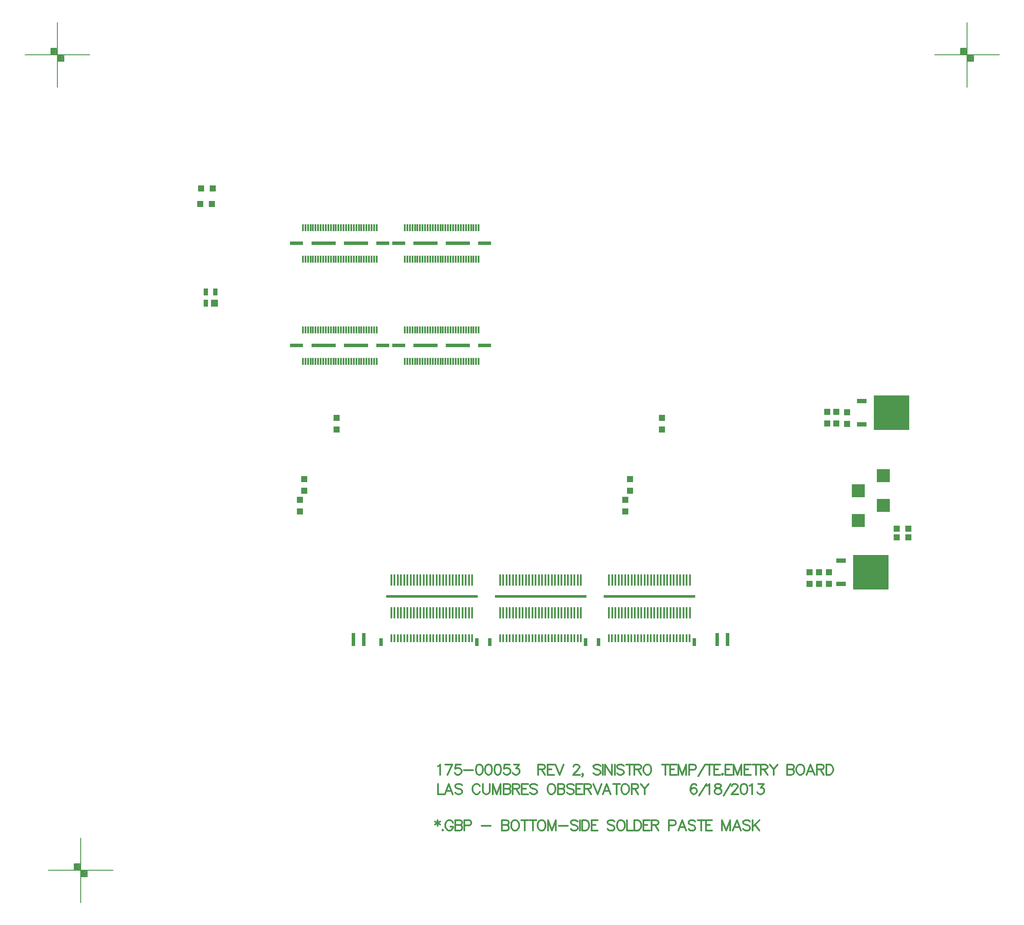
<source format=gbp>
%FSLAX23Y23*%
%MOIN*%
G70*
G01*
G75*
G04 Layer_Color=128*
%ADD10R,0.031X0.060*%
%ADD11R,0.014X0.060*%
%ADD12R,0.030X0.100*%
%ADD13R,0.045X0.017*%
%ADD14R,0.050X0.050*%
%ADD15R,0.050X0.050*%
%ADD16R,0.036X0.036*%
%ADD17O,0.098X0.028*%
%ADD18R,0.065X0.012*%
%ADD19R,0.135X0.070*%
%ADD20R,0.070X0.135*%
%ADD21R,0.037X0.035*%
%ADD22R,0.037X0.035*%
%ADD23R,0.100X0.100*%
%ADD24R,0.048X0.078*%
%ADD25R,0.078X0.048*%
%ADD26C,0.010*%
%ADD27C,0.025*%
%ADD28C,0.008*%
%ADD29C,0.005*%
%ADD30C,0.006*%
%ADD31C,0.020*%
%ADD32C,0.050*%
%ADD33C,0.012*%
%ADD34C,0.012*%
%ADD35C,0.012*%
%ADD36C,0.220*%
%ADD37C,0.020*%
%ADD38C,0.063*%
%ADD39R,0.063X0.063*%
%ADD40C,0.050*%
%ADD41C,0.039*%
%ADD42R,0.060X0.060*%
%ADD43C,0.060*%
%ADD44R,0.059X0.059*%
%ADD45C,0.059*%
%ADD46C,0.079*%
%ADD47C,0.157*%
%ADD48C,0.059*%
%ADD49R,0.059X0.059*%
%ADD50C,0.116*%
%ADD51C,0.065*%
%ADD52C,0.100*%
%ADD53C,0.030*%
%ADD54C,0.040*%
%ADD55C,0.206*%
%ADD56C,0.079*%
G04:AMPARAMS|DCode=57|XSize=85mil|YSize=85mil|CornerRadius=0mil|HoleSize=0mil|Usage=FLASHONLY|Rotation=0.000|XOffset=0mil|YOffset=0mil|HoleType=Round|Shape=Relief|Width=10mil|Gap=10mil|Entries=4|*
%AMTHD57*
7,0,0,0.085,0.065,0.010,45*
%
%ADD57THD57*%
%ADD58C,0.080*%
G04:AMPARAMS|DCode=59|XSize=90mil|YSize=90mil|CornerRadius=0mil|HoleSize=0mil|Usage=FLASHONLY|Rotation=0.000|XOffset=0mil|YOffset=0mil|HoleType=Round|Shape=Relief|Width=10mil|Gap=10mil|Entries=4|*
%AMTHD59*
7,0,0,0.090,0.070,0.010,45*
%
%ADD59THD59*%
%ADD60C,0.070*%
G04:AMPARAMS|DCode=61|XSize=95.433mil|YSize=95.433mil|CornerRadius=0mil|HoleSize=0mil|Usage=FLASHONLY|Rotation=0.000|XOffset=0mil|YOffset=0mil|HoleType=Round|Shape=Relief|Width=10mil|Gap=10mil|Entries=4|*
%AMTHD61*
7,0,0,0.095,0.075,0.010,45*
%
%ADD61THD61*%
%ADD62C,0.075*%
%ADD63C,0.076*%
%ADD64C,0.131*%
%ADD65C,0.075*%
%ADD66C,0.168*%
%ADD67C,0.080*%
%ADD68C,0.103*%
G04:AMPARAMS|DCode=69|XSize=70mil|YSize=70mil|CornerRadius=0mil|HoleSize=0mil|Usage=FLASHONLY|Rotation=0.000|XOffset=0mil|YOffset=0mil|HoleType=Round|Shape=Relief|Width=10mil|Gap=10mil|Entries=4|*
%AMTHD69*
7,0,0,0.070,0.050,0.010,45*
%
%ADD69THD69*%
%ADD70C,0.055*%
G04:AMPARAMS|DCode=71|XSize=75mil|YSize=75mil|CornerRadius=0mil|HoleSize=0mil|Usage=FLASHONLY|Rotation=0.000|XOffset=0mil|YOffset=0mil|HoleType=Round|Shape=Relief|Width=10mil|Gap=10mil|Entries=4|*
%AMTHD71*
7,0,0,0.075,0.055,0.010,45*
%
%ADD71THD71*%
%ADD72C,0.068*%
G04:AMPARAMS|DCode=73|XSize=96.221mil|YSize=96.221mil|CornerRadius=0mil|HoleSize=0mil|Usage=FLASHONLY|Rotation=0.000|XOffset=0mil|YOffset=0mil|HoleType=Round|Shape=Relief|Width=10mil|Gap=10mil|Entries=4|*
%AMTHD73*
7,0,0,0.096,0.076,0.010,45*
%
%ADD73THD73*%
G04:AMPARAMS|DCode=74|XSize=150.551mil|YSize=150.551mil|CornerRadius=0mil|HoleSize=0mil|Usage=FLASHONLY|Rotation=0.000|XOffset=0mil|YOffset=0mil|HoleType=Round|Shape=Relief|Width=10mil|Gap=10mil|Entries=4|*
%AMTHD74*
7,0,0,0.151,0.131,0.010,45*
%
%ADD74THD74*%
G04:AMPARAMS|DCode=75|XSize=100mil|YSize=100mil|CornerRadius=0mil|HoleSize=0mil|Usage=FLASHONLY|Rotation=0.000|XOffset=0mil|YOffset=0mil|HoleType=Round|Shape=Relief|Width=10mil|Gap=10mil|Entries=4|*
%AMTHD75*
7,0,0,0.100,0.080,0.010,45*
%
%ADD75THD75*%
G04:AMPARAMS|DCode=76|XSize=123mil|YSize=123mil|CornerRadius=0mil|HoleSize=0mil|Usage=FLASHONLY|Rotation=0.000|XOffset=0mil|YOffset=0mil|HoleType=Round|Shape=Relief|Width=10mil|Gap=10mil|Entries=4|*
%AMTHD76*
7,0,0,0.123,0.103,0.010,45*
%
%ADD76THD76*%
%ADD77R,0.272X0.268*%
%ADD78R,0.075X0.037*%
%ADD79R,0.100X0.100*%
%ADD80R,0.016X0.085*%
%ADD81R,0.709X0.020*%
%ADD82R,0.053X0.053*%
%ADD83R,0.035X0.053*%
%ADD84R,0.012X0.057*%
%ADD85R,0.185X0.025*%
%ADD86R,0.100X0.025*%
%ADD87C,0.010*%
%ADD88C,0.010*%
%ADD89C,0.008*%
%ADD90C,0.007*%
%ADD91R,0.170X0.118*%
%ADD92R,0.039X0.068*%
%ADD93R,0.022X0.068*%
%ADD94R,0.038X0.108*%
%ADD95R,0.053X0.025*%
%ADD96R,0.058X0.058*%
%ADD97R,0.058X0.058*%
%ADD98R,0.044X0.044*%
%ADD99O,0.106X0.036*%
%ADD100R,0.073X0.020*%
%ADD101R,0.143X0.078*%
%ADD102R,0.078X0.143*%
%ADD103R,0.045X0.043*%
%ADD104R,0.045X0.043*%
%ADD105R,0.108X0.108*%
%ADD106R,0.056X0.086*%
%ADD107R,0.086X0.056*%
%ADD108C,0.213*%
%ADD109C,0.028*%
%ADD110C,0.071*%
%ADD111R,0.071X0.071*%
%ADD112C,0.228*%
%ADD113C,0.047*%
%ADD114R,0.068X0.068*%
%ADD115R,0.067X0.067*%
%ADD116C,0.067*%
%ADD117C,0.087*%
%ADD118C,0.165*%
%ADD119C,0.067*%
%ADD120R,0.067X0.067*%
%ADD121C,0.124*%
%ADD122C,0.073*%
%ADD123C,0.108*%
%ADD124C,0.038*%
%ADD125C,0.058*%
%ADD126R,1.174X0.429*%
%ADD127R,0.280X0.276*%
%ADD128R,0.083X0.045*%
%ADD129R,0.108X0.108*%
%ADD130R,0.061X0.061*%
%ADD131R,0.043X0.061*%
%ADD132R,0.016X0.061*%
%ADD133R,0.193X0.033*%
%ADD134R,0.108X0.033*%
D10*
X56070Y33653D02*
D03*
X56810D02*
D03*
X55970D02*
D03*
X55230D02*
D03*
X55130D02*
D03*
X54390D02*
D03*
D11*
X54493Y33680D02*
D03*
X54518D02*
D03*
X54543D02*
D03*
X54568D02*
D03*
X54593D02*
D03*
X54618D02*
D03*
X54643D02*
D03*
X54668D02*
D03*
X54693D02*
D03*
X54718D02*
D03*
X54743D02*
D03*
X54768D02*
D03*
X54793D02*
D03*
X54818D02*
D03*
X54843D02*
D03*
X54868D02*
D03*
X54893D02*
D03*
X54918D02*
D03*
X54943D02*
D03*
X54968D02*
D03*
X54993D02*
D03*
X55018D02*
D03*
X55043D02*
D03*
X55068D02*
D03*
X55308D02*
D03*
X55333D02*
D03*
X55358D02*
D03*
X55383D02*
D03*
X55408D02*
D03*
X55433D02*
D03*
X55458D02*
D03*
X55483D02*
D03*
X55508D02*
D03*
X55533D02*
D03*
X55558D02*
D03*
X55583D02*
D03*
X55608D02*
D03*
X55633D02*
D03*
X55658D02*
D03*
X55683D02*
D03*
X55708D02*
D03*
X55733D02*
D03*
X55758D02*
D03*
X55783D02*
D03*
X55808D02*
D03*
X55833D02*
D03*
X55858D02*
D03*
X55883D02*
D03*
X55908D02*
D03*
X55933D02*
D03*
X56148Y33681D02*
D03*
X56173D02*
D03*
X56198D02*
D03*
X56223D02*
D03*
X56248D02*
D03*
X56273D02*
D03*
X56298D02*
D03*
X56323D02*
D03*
X56348D02*
D03*
X56373D02*
D03*
X56398D02*
D03*
X56423D02*
D03*
X56448D02*
D03*
X56473D02*
D03*
X56498D02*
D03*
X56523D02*
D03*
X56548D02*
D03*
X56573D02*
D03*
X56598D02*
D03*
X56623D02*
D03*
X56648D02*
D03*
X56673D02*
D03*
X56698D02*
D03*
X56723D02*
D03*
X56748D02*
D03*
X56773D02*
D03*
X54468Y33680D02*
D03*
X55093D02*
D03*
D12*
X54176Y33671D02*
D03*
X54255D02*
D03*
X56986Y33671D02*
D03*
X57065D02*
D03*
D14*
X58373Y34527D02*
D03*
X58463D02*
D03*
Y34462D02*
D03*
X58373D02*
D03*
X52998Y37157D02*
D03*
X53088D02*
D03*
X52992Y37038D02*
D03*
X53082D02*
D03*
D15*
X57698Y34102D02*
D03*
Y34192D02*
D03*
X57773Y34102D02*
D03*
Y34192D02*
D03*
X57848Y34193D02*
D03*
Y34103D02*
D03*
X57988Y35429D02*
D03*
Y35339D02*
D03*
X57836Y35340D02*
D03*
Y35430D02*
D03*
X57904Y35340D02*
D03*
Y35430D02*
D03*
X53797Y34912D02*
D03*
Y34822D02*
D03*
X56311Y34912D02*
D03*
Y34822D02*
D03*
X53763Y34752D02*
D03*
Y34662D02*
D03*
X56277Y34752D02*
D03*
Y34662D02*
D03*
X54045Y35294D02*
D03*
Y35384D02*
D03*
X56559Y35294D02*
D03*
Y35384D02*
D03*
D28*
X58664Y38190D02*
X59164D01*
X58914Y37940D02*
Y38440D01*
X58964Y38140D02*
Y38190D01*
X58914Y38140D02*
X58964D01*
X58864Y38190D02*
Y38240D01*
X58914D01*
X58869Y38195D02*
X58909D01*
X58869D02*
Y38235D01*
X58909D01*
Y38195D02*
Y38235D01*
X58874Y38200D02*
X58904D01*
X58874D02*
Y38230D01*
X58904D01*
Y38205D02*
Y38230D01*
X58879Y38205D02*
X58899D01*
X58879D02*
Y38225D01*
X58899D01*
Y38210D02*
Y38225D01*
X58884Y38210D02*
X58894D01*
X58884D02*
Y38220D01*
X58894D01*
Y38210D02*
Y38220D01*
X58884Y38215D02*
X58894D01*
X58919Y38145D02*
X58959D01*
X58919D02*
Y38185D01*
X58959D01*
Y38145D02*
Y38185D01*
X58924Y38150D02*
X58954D01*
X58924D02*
Y38180D01*
X58954D01*
Y38155D02*
Y38180D01*
X58929Y38155D02*
X58949D01*
X58929D02*
Y38175D01*
X58949D01*
Y38160D02*
Y38175D01*
X58934Y38160D02*
X58944D01*
X58934D02*
Y38170D01*
X58944D01*
Y38160D02*
Y38170D01*
X58934Y38165D02*
X58944D01*
X51638Y38190D02*
X52138D01*
X51888Y37940D02*
Y38440D01*
X51938Y38140D02*
Y38190D01*
X51888Y38140D02*
X51938D01*
X51838Y38190D02*
Y38240D01*
X51888D01*
X51843Y38195D02*
X51883D01*
X51843D02*
Y38235D01*
X51883D01*
Y38195D02*
Y38235D01*
X51848Y38200D02*
X51878D01*
X51848D02*
Y38230D01*
X51878D01*
Y38205D02*
Y38230D01*
X51853Y38205D02*
X51873D01*
X51853D02*
Y38225D01*
X51873D01*
Y38210D02*
Y38225D01*
X51858Y38210D02*
X51868D01*
X51858D02*
Y38220D01*
X51868D01*
Y38210D02*
Y38220D01*
X51858Y38215D02*
X51868D01*
X51893Y38145D02*
X51933D01*
X51893D02*
Y38185D01*
X51933D01*
Y38145D02*
Y38185D01*
X51898Y38150D02*
X51928D01*
X51898D02*
Y38180D01*
X51928D01*
Y38155D02*
Y38180D01*
X51903Y38155D02*
X51923D01*
X51903D02*
Y38175D01*
X51923D01*
Y38160D02*
Y38175D01*
X51908Y38160D02*
X51918D01*
X51908D02*
Y38170D01*
X51918D01*
Y38160D02*
Y38170D01*
X51908Y38165D02*
X51918D01*
X51819Y31889D02*
X52319D01*
X52069Y31639D02*
Y32139D01*
X52119Y31839D02*
Y31889D01*
X52069Y31839D02*
X52119D01*
X52019Y31889D02*
Y31939D01*
X52069D01*
X52024Y31894D02*
X52064D01*
X52024D02*
Y31934D01*
X52064D01*
Y31894D02*
Y31934D01*
X52029Y31899D02*
X52059D01*
X52029D02*
Y31929D01*
X52059D01*
Y31904D02*
Y31929D01*
X52034Y31904D02*
X52054D01*
X52034D02*
Y31924D01*
X52054D01*
Y31909D02*
Y31924D01*
X52039Y31909D02*
X52049D01*
X52039D02*
Y31919D01*
X52049D01*
Y31909D02*
Y31919D01*
X52039Y31914D02*
X52049D01*
X52074Y31844D02*
X52114D01*
X52074D02*
Y31884D01*
X52114D01*
Y31844D02*
Y31884D01*
X52079Y31849D02*
X52109D01*
X52079D02*
Y31879D01*
X52109D01*
Y31854D02*
Y31879D01*
X52084Y31854D02*
X52104D01*
X52084D02*
Y31874D01*
X52104D01*
Y31859D02*
Y31874D01*
X52089Y31859D02*
X52099D01*
X52089D02*
Y31869D01*
X52099D01*
Y31859D02*
Y31869D01*
X52089Y31864D02*
X52099D01*
D34*
X54826Y32275D02*
Y32230D01*
X54807Y32264D02*
X54845Y32241D01*
Y32264D02*
X54807Y32241D01*
X54865Y32203D02*
X54861Y32199D01*
X54865Y32196D01*
X54869Y32199D01*
X54865Y32203D01*
X54944Y32256D02*
X54940Y32264D01*
X54932Y32272D01*
X54925Y32275D01*
X54909D01*
X54902Y32272D01*
X54894Y32264D01*
X54890Y32256D01*
X54887Y32245D01*
Y32226D01*
X54890Y32215D01*
X54894Y32207D01*
X54902Y32199D01*
X54909Y32196D01*
X54925D01*
X54932Y32199D01*
X54940Y32207D01*
X54944Y32215D01*
Y32226D01*
X54925D02*
X54944D01*
X54962Y32275D02*
Y32196D01*
Y32275D02*
X54996D01*
X55008Y32272D01*
X55012Y32268D01*
X55015Y32260D01*
Y32253D01*
X55012Y32245D01*
X55008Y32241D01*
X54996Y32237D01*
X54962D02*
X54996D01*
X55008Y32234D01*
X55012Y32230D01*
X55015Y32222D01*
Y32211D01*
X55012Y32203D01*
X55008Y32199D01*
X54996Y32196D01*
X54962D01*
X55033Y32234D02*
X55068D01*
X55079Y32237D01*
X55083Y32241D01*
X55087Y32249D01*
Y32260D01*
X55083Y32268D01*
X55079Y32272D01*
X55068Y32275D01*
X55033D01*
Y32196D01*
X55167Y32230D02*
X55236D01*
X55322Y32275D02*
Y32196D01*
Y32275D02*
X55357D01*
X55368Y32272D01*
X55372Y32268D01*
X55376Y32260D01*
Y32253D01*
X55372Y32245D01*
X55368Y32241D01*
X55357Y32237D01*
X55322D02*
X55357D01*
X55368Y32234D01*
X55372Y32230D01*
X55376Y32222D01*
Y32211D01*
X55372Y32203D01*
X55368Y32199D01*
X55357Y32196D01*
X55322D01*
X55416Y32275D02*
X55409Y32272D01*
X55401Y32264D01*
X55397Y32256D01*
X55394Y32245D01*
Y32226D01*
X55397Y32215D01*
X55401Y32207D01*
X55409Y32199D01*
X55416Y32196D01*
X55432D01*
X55439Y32199D01*
X55447Y32207D01*
X55451Y32215D01*
X55454Y32226D01*
Y32245D01*
X55451Y32256D01*
X55447Y32264D01*
X55439Y32272D01*
X55432Y32275D01*
X55416D01*
X55500D02*
Y32196D01*
X55473Y32275D02*
X55526D01*
X55563D02*
Y32196D01*
X55536Y32275D02*
X55589D01*
X55622D02*
X55614Y32272D01*
X55606Y32264D01*
X55603Y32256D01*
X55599Y32245D01*
Y32226D01*
X55603Y32215D01*
X55606Y32207D01*
X55614Y32199D01*
X55622Y32196D01*
X55637D01*
X55645Y32199D01*
X55652Y32207D01*
X55656Y32215D01*
X55660Y32226D01*
Y32245D01*
X55656Y32256D01*
X55652Y32264D01*
X55645Y32272D01*
X55637Y32275D01*
X55622D01*
X55678D02*
Y32196D01*
Y32275D02*
X55709Y32196D01*
X55739Y32275D02*
X55709Y32196D01*
X55739Y32275D02*
Y32196D01*
X55762Y32230D02*
X55831D01*
X55908Y32264D02*
X55900Y32272D01*
X55889Y32275D01*
X55873D01*
X55862Y32272D01*
X55854Y32264D01*
Y32256D01*
X55858Y32249D01*
X55862Y32245D01*
X55870Y32241D01*
X55892Y32234D01*
X55900Y32230D01*
X55904Y32226D01*
X55908Y32218D01*
Y32207D01*
X55900Y32199D01*
X55889Y32196D01*
X55873D01*
X55862Y32199D01*
X55854Y32207D01*
X55926Y32275D02*
Y32196D01*
X55942Y32275D02*
Y32196D01*
Y32275D02*
X55969D01*
X55980Y32272D01*
X55988Y32264D01*
X55992Y32256D01*
X55996Y32245D01*
Y32226D01*
X55992Y32215D01*
X55988Y32207D01*
X55980Y32199D01*
X55969Y32196D01*
X55942D01*
X56063Y32275D02*
X56014D01*
Y32196D01*
X56063D01*
X56014Y32237D02*
X56044D01*
X56193Y32264D02*
X56185Y32272D01*
X56174Y32275D01*
X56158D01*
X56147Y32272D01*
X56139Y32264D01*
Y32256D01*
X56143Y32249D01*
X56147Y32245D01*
X56155Y32241D01*
X56177Y32234D01*
X56185Y32230D01*
X56189Y32226D01*
X56193Y32218D01*
Y32207D01*
X56185Y32199D01*
X56174Y32196D01*
X56158D01*
X56147Y32199D01*
X56139Y32207D01*
X56233Y32275D02*
X56226Y32272D01*
X56218Y32264D01*
X56214Y32256D01*
X56211Y32245D01*
Y32226D01*
X56214Y32215D01*
X56218Y32207D01*
X56226Y32199D01*
X56233Y32196D01*
X56249D01*
X56256Y32199D01*
X56264Y32207D01*
X56268Y32215D01*
X56271Y32226D01*
Y32245D01*
X56268Y32256D01*
X56264Y32264D01*
X56256Y32272D01*
X56249Y32275D01*
X56233D01*
X56290D02*
Y32196D01*
X56336D01*
X56345Y32275D02*
Y32196D01*
Y32275D02*
X56371D01*
X56383Y32272D01*
X56390Y32264D01*
X56394Y32256D01*
X56398Y32245D01*
Y32226D01*
X56394Y32215D01*
X56390Y32207D01*
X56383Y32199D01*
X56371Y32196D01*
X56345D01*
X56465Y32275D02*
X56416D01*
Y32196D01*
X56465D01*
X56416Y32237D02*
X56446D01*
X56479Y32275D02*
Y32196D01*
Y32275D02*
X56513D01*
X56524Y32272D01*
X56528Y32268D01*
X56532Y32260D01*
Y32253D01*
X56528Y32245D01*
X56524Y32241D01*
X56513Y32237D01*
X56479D01*
X56505D02*
X56532Y32196D01*
X56613Y32234D02*
X56647D01*
X56658Y32237D01*
X56662Y32241D01*
X56666Y32249D01*
Y32260D01*
X56662Y32268D01*
X56658Y32272D01*
X56647Y32275D01*
X56613D01*
Y32196D01*
X56745D02*
X56714Y32275D01*
X56684Y32196D01*
X56695Y32222D02*
X56733D01*
X56817Y32264D02*
X56809Y32272D01*
X56798Y32275D01*
X56783D01*
X56771Y32272D01*
X56764Y32264D01*
Y32256D01*
X56767Y32249D01*
X56771Y32245D01*
X56779Y32241D01*
X56802Y32234D01*
X56809Y32230D01*
X56813Y32226D01*
X56817Y32218D01*
Y32207D01*
X56809Y32199D01*
X56798Y32196D01*
X56783D01*
X56771Y32199D01*
X56764Y32207D01*
X56861Y32275D02*
Y32196D01*
X56835Y32275D02*
X56888D01*
X56947D02*
X56898D01*
Y32196D01*
X56947D01*
X56898Y32237D02*
X56928D01*
X57023Y32275D02*
Y32196D01*
Y32275D02*
X57054Y32196D01*
X57084Y32275D02*
X57054Y32196D01*
X57084Y32275D02*
Y32196D01*
X57168D02*
X57138Y32275D01*
X57107Y32196D01*
X57118Y32222D02*
X57157D01*
X57240Y32264D02*
X57232Y32272D01*
X57221Y32275D01*
X57206D01*
X57194Y32272D01*
X57187Y32264D01*
Y32256D01*
X57190Y32249D01*
X57194Y32245D01*
X57202Y32241D01*
X57225Y32234D01*
X57232Y32230D01*
X57236Y32226D01*
X57240Y32218D01*
Y32207D01*
X57232Y32199D01*
X57221Y32196D01*
X57206D01*
X57194Y32199D01*
X57187Y32207D01*
X57258Y32275D02*
Y32196D01*
X57311Y32275D02*
X57258Y32222D01*
X57277Y32241D02*
X57311Y32196D01*
X54828Y32691D02*
X54836Y32695D01*
X54847Y32706D01*
Y32626D01*
X54940Y32706D02*
X54902Y32626D01*
X54887Y32706D02*
X54940D01*
X55004D02*
X54966D01*
X54962Y32672D01*
X54966Y32676D01*
X54977Y32679D01*
X54988D01*
X55000Y32676D01*
X55007Y32668D01*
X55011Y32657D01*
Y32649D01*
X55007Y32638D01*
X55000Y32630D01*
X54988Y32626D01*
X54977D01*
X54966Y32630D01*
X54962Y32634D01*
X54958Y32641D01*
X55029Y32660D02*
X55098D01*
X55144Y32706D02*
X55133Y32702D01*
X55125Y32691D01*
X55121Y32672D01*
Y32660D01*
X55125Y32641D01*
X55133Y32630D01*
X55144Y32626D01*
X55152D01*
X55163Y32630D01*
X55171Y32641D01*
X55175Y32660D01*
Y32672D01*
X55171Y32691D01*
X55163Y32702D01*
X55152Y32706D01*
X55144D01*
X55215D02*
X55204Y32702D01*
X55196Y32691D01*
X55193Y32672D01*
Y32660D01*
X55196Y32641D01*
X55204Y32630D01*
X55215Y32626D01*
X55223D01*
X55234Y32630D01*
X55242Y32641D01*
X55246Y32660D01*
Y32672D01*
X55242Y32691D01*
X55234Y32702D01*
X55223Y32706D01*
X55215D01*
X55287D02*
X55275Y32702D01*
X55268Y32691D01*
X55264Y32672D01*
Y32660D01*
X55268Y32641D01*
X55275Y32630D01*
X55287Y32626D01*
X55294D01*
X55306Y32630D01*
X55313Y32641D01*
X55317Y32660D01*
Y32672D01*
X55313Y32691D01*
X55306Y32702D01*
X55294Y32706D01*
X55287D01*
X55381D02*
X55343D01*
X55339Y32672D01*
X55343Y32676D01*
X55354Y32679D01*
X55365D01*
X55377Y32676D01*
X55384Y32668D01*
X55388Y32657D01*
Y32649D01*
X55384Y32638D01*
X55377Y32630D01*
X55365Y32626D01*
X55354D01*
X55343Y32630D01*
X55339Y32634D01*
X55335Y32641D01*
X55414Y32706D02*
X55456D01*
X55433Y32676D01*
X55444D01*
X55452Y32672D01*
X55456Y32668D01*
X55460Y32657D01*
Y32649D01*
X55456Y32638D01*
X55448Y32630D01*
X55437Y32626D01*
X55425D01*
X55414Y32630D01*
X55410Y32634D01*
X55406Y32641D01*
X55603Y32706D02*
Y32626D01*
Y32706D02*
X55637D01*
X55649Y32702D01*
X55653Y32698D01*
X55656Y32691D01*
Y32683D01*
X55653Y32676D01*
X55649Y32672D01*
X55637Y32668D01*
X55603D01*
X55630D02*
X55656Y32626D01*
X55724Y32706D02*
X55674D01*
Y32626D01*
X55724D01*
X55674Y32668D02*
X55705D01*
X55737Y32706D02*
X55768Y32626D01*
X55798Y32706D02*
X55768Y32626D01*
X55875Y32687D02*
Y32691D01*
X55879Y32698D01*
X55883Y32702D01*
X55890Y32706D01*
X55906D01*
X55913Y32702D01*
X55917Y32698D01*
X55921Y32691D01*
Y32683D01*
X55917Y32676D01*
X55909Y32664D01*
X55871Y32626D01*
X55925D01*
X55950Y32630D02*
X55946Y32626D01*
X55942Y32630D01*
X55946Y32634D01*
X55950Y32630D01*
Y32622D01*
X55946Y32615D01*
X55942Y32611D01*
X56084Y32695D02*
X56076Y32702D01*
X56065Y32706D01*
X56049D01*
X56038Y32702D01*
X56030Y32695D01*
Y32687D01*
X56034Y32679D01*
X56038Y32676D01*
X56046Y32672D01*
X56069Y32664D01*
X56076Y32660D01*
X56080Y32657D01*
X56084Y32649D01*
Y32638D01*
X56076Y32630D01*
X56065Y32626D01*
X56049D01*
X56038Y32630D01*
X56030Y32638D01*
X56102Y32706D02*
Y32626D01*
X56118Y32706D02*
Y32626D01*
Y32706D02*
X56172Y32626D01*
Y32706D02*
Y32626D01*
X56194Y32706D02*
Y32626D01*
X56264Y32695D02*
X56256Y32702D01*
X56245Y32706D01*
X56230D01*
X56218Y32702D01*
X56211Y32695D01*
Y32687D01*
X56214Y32679D01*
X56218Y32676D01*
X56226Y32672D01*
X56249Y32664D01*
X56256Y32660D01*
X56260Y32657D01*
X56264Y32649D01*
Y32638D01*
X56256Y32630D01*
X56245Y32626D01*
X56230D01*
X56218Y32630D01*
X56211Y32638D01*
X56308Y32706D02*
Y32626D01*
X56282Y32706D02*
X56335D01*
X56345D02*
Y32626D01*
Y32706D02*
X56379D01*
X56390Y32702D01*
X56394Y32698D01*
X56398Y32691D01*
Y32683D01*
X56394Y32676D01*
X56390Y32672D01*
X56379Y32668D01*
X56345D01*
X56371D02*
X56398Y32626D01*
X56439Y32706D02*
X56431Y32702D01*
X56424Y32695D01*
X56420Y32687D01*
X56416Y32676D01*
Y32657D01*
X56420Y32645D01*
X56424Y32638D01*
X56431Y32630D01*
X56439Y32626D01*
X56454D01*
X56462Y32630D01*
X56469Y32638D01*
X56473Y32645D01*
X56477Y32657D01*
Y32676D01*
X56473Y32687D01*
X56469Y32695D01*
X56462Y32702D01*
X56454Y32706D01*
X56439D01*
X56585D02*
Y32626D01*
X56558Y32706D02*
X56612D01*
X56671D02*
X56621D01*
Y32626D01*
X56671D01*
X56621Y32668D02*
X56652D01*
X56684Y32706D02*
Y32626D01*
Y32706D02*
X56714Y32626D01*
X56745Y32706D02*
X56714Y32626D01*
X56745Y32706D02*
Y32626D01*
X56768Y32664D02*
X56802D01*
X56814Y32668D01*
X56817Y32672D01*
X56821Y32679D01*
Y32691D01*
X56817Y32698D01*
X56814Y32702D01*
X56802Y32706D01*
X56768D01*
Y32626D01*
X56839Y32615D02*
X56892Y32706D01*
X56924D02*
Y32626D01*
X56898Y32706D02*
X56951D01*
X57010D02*
X56961D01*
Y32626D01*
X57010D01*
X56961Y32668D02*
X56991D01*
X57027Y32634D02*
X57023Y32630D01*
X57027Y32626D01*
X57031Y32630D01*
X57027Y32634D01*
X57098Y32706D02*
X57049D01*
Y32626D01*
X57098D01*
X57049Y32668D02*
X57079D01*
X57111Y32706D02*
Y32626D01*
Y32706D02*
X57142Y32626D01*
X57172Y32706D02*
X57142Y32626D01*
X57172Y32706D02*
Y32626D01*
X57245Y32706D02*
X57195D01*
Y32626D01*
X57245D01*
X57195Y32668D02*
X57226D01*
X57285Y32706D02*
Y32626D01*
X57258Y32706D02*
X57311D01*
X57321D02*
Y32626D01*
Y32706D02*
X57355D01*
X57367Y32702D01*
X57370Y32698D01*
X57374Y32691D01*
Y32683D01*
X57370Y32676D01*
X57367Y32672D01*
X57355Y32668D01*
X57321D01*
X57347D02*
X57374Y32626D01*
X57392Y32706D02*
X57423Y32668D01*
Y32626D01*
X57453Y32706D02*
X57423Y32668D01*
X57526Y32706D02*
Y32626D01*
Y32706D02*
X57560D01*
X57572Y32702D01*
X57576Y32698D01*
X57579Y32691D01*
Y32683D01*
X57576Y32676D01*
X57572Y32672D01*
X57560Y32668D01*
X57526D02*
X57560D01*
X57572Y32664D01*
X57576Y32660D01*
X57579Y32653D01*
Y32641D01*
X57576Y32634D01*
X57572Y32630D01*
X57560Y32626D01*
X57526D01*
X57620Y32706D02*
X57613Y32702D01*
X57605Y32695D01*
X57601Y32687D01*
X57597Y32676D01*
Y32657D01*
X57601Y32645D01*
X57605Y32638D01*
X57613Y32630D01*
X57620Y32626D01*
X57635D01*
X57643Y32630D01*
X57651Y32638D01*
X57654Y32645D01*
X57658Y32657D01*
Y32676D01*
X57654Y32687D01*
X57651Y32695D01*
X57643Y32702D01*
X57635Y32706D01*
X57620D01*
X57738Y32626D02*
X57707Y32706D01*
X57677Y32626D01*
X57688Y32653D02*
X57726D01*
X57757Y32706D02*
Y32626D01*
Y32706D02*
X57791D01*
X57802Y32702D01*
X57806Y32698D01*
X57810Y32691D01*
Y32683D01*
X57806Y32676D01*
X57802Y32672D01*
X57791Y32668D01*
X57757D01*
X57783D02*
X57810Y32626D01*
X57828Y32706D02*
Y32626D01*
Y32706D02*
X57854D01*
X57866Y32702D01*
X57873Y32695D01*
X57877Y32687D01*
X57881Y32676D01*
Y32657D01*
X57877Y32645D01*
X57873Y32638D01*
X57866Y32630D01*
X57854Y32626D01*
X57828D01*
D35*
X54828Y32556D02*
Y32476D01*
X54874D01*
X54943D02*
X54913Y32556D01*
X54882Y32476D01*
X54894Y32503D02*
X54932D01*
X55015Y32545D02*
X55008Y32552D01*
X54996Y32556D01*
X54981D01*
X54970Y32552D01*
X54962Y32545D01*
Y32537D01*
X54966Y32529D01*
X54970Y32526D01*
X54977Y32522D01*
X55000Y32514D01*
X55008Y32510D01*
X55012Y32507D01*
X55015Y32499D01*
Y32487D01*
X55008Y32480D01*
X54996Y32476D01*
X54981D01*
X54970Y32480D01*
X54962Y32487D01*
X55153Y32537D02*
X55149Y32545D01*
X55142Y32552D01*
X55134Y32556D01*
X55119D01*
X55111Y32552D01*
X55104Y32545D01*
X55100Y32537D01*
X55096Y32526D01*
Y32507D01*
X55100Y32495D01*
X55104Y32487D01*
X55111Y32480D01*
X55119Y32476D01*
X55134D01*
X55142Y32480D01*
X55149Y32487D01*
X55153Y32495D01*
X55176Y32556D02*
Y32499D01*
X55180Y32487D01*
X55187Y32480D01*
X55199Y32476D01*
X55206D01*
X55218Y32480D01*
X55225Y32487D01*
X55229Y32499D01*
Y32556D01*
X55251D02*
Y32476D01*
Y32556D02*
X55282Y32476D01*
X55312Y32556D02*
X55282Y32476D01*
X55312Y32556D02*
Y32476D01*
X55335Y32556D02*
Y32476D01*
Y32556D02*
X55369D01*
X55381Y32552D01*
X55384Y32548D01*
X55388Y32541D01*
Y32533D01*
X55384Y32526D01*
X55381Y32522D01*
X55369Y32518D01*
X55335D02*
X55369D01*
X55381Y32514D01*
X55384Y32510D01*
X55388Y32503D01*
Y32491D01*
X55384Y32484D01*
X55381Y32480D01*
X55369Y32476D01*
X55335D01*
X55406Y32556D02*
Y32476D01*
Y32556D02*
X55440D01*
X55452Y32552D01*
X55456Y32548D01*
X55460Y32541D01*
Y32533D01*
X55456Y32526D01*
X55452Y32522D01*
X55440Y32518D01*
X55406D01*
X55433D02*
X55460Y32476D01*
X55527Y32556D02*
X55477D01*
Y32476D01*
X55527D01*
X55477Y32518D02*
X55508D01*
X55594Y32545D02*
X55586Y32552D01*
X55575Y32556D01*
X55559D01*
X55548Y32552D01*
X55540Y32545D01*
Y32537D01*
X55544Y32529D01*
X55548Y32526D01*
X55555Y32522D01*
X55578Y32514D01*
X55586Y32510D01*
X55590Y32507D01*
X55594Y32499D01*
Y32487D01*
X55586Y32480D01*
X55575Y32476D01*
X55559D01*
X55548Y32480D01*
X55540Y32487D01*
X55697Y32556D02*
X55690Y32552D01*
X55682Y32545D01*
X55678Y32537D01*
X55674Y32526D01*
Y32507D01*
X55678Y32495D01*
X55682Y32487D01*
X55690Y32480D01*
X55697Y32476D01*
X55712D01*
X55720Y32480D01*
X55728Y32487D01*
X55731Y32495D01*
X55735Y32507D01*
Y32526D01*
X55731Y32537D01*
X55728Y32545D01*
X55720Y32552D01*
X55712Y32556D01*
X55697D01*
X55754D02*
Y32476D01*
Y32556D02*
X55788D01*
X55800Y32552D01*
X55803Y32548D01*
X55807Y32541D01*
Y32533D01*
X55803Y32526D01*
X55800Y32522D01*
X55788Y32518D01*
X55754D02*
X55788D01*
X55800Y32514D01*
X55803Y32510D01*
X55807Y32503D01*
Y32491D01*
X55803Y32484D01*
X55800Y32480D01*
X55788Y32476D01*
X55754D01*
X55878Y32545D02*
X55871Y32552D01*
X55859Y32556D01*
X55844D01*
X55833Y32552D01*
X55825Y32545D01*
Y32537D01*
X55829Y32529D01*
X55833Y32526D01*
X55840Y32522D01*
X55863Y32514D01*
X55871Y32510D01*
X55875Y32507D01*
X55878Y32499D01*
Y32487D01*
X55871Y32480D01*
X55859Y32476D01*
X55844D01*
X55833Y32480D01*
X55825Y32487D01*
X55946Y32556D02*
X55896D01*
Y32476D01*
X55946D01*
X55896Y32518D02*
X55927D01*
X55959Y32556D02*
Y32476D01*
Y32556D02*
X55993D01*
X56005Y32552D01*
X56009Y32548D01*
X56013Y32541D01*
Y32533D01*
X56009Y32526D01*
X56005Y32522D01*
X55993Y32518D01*
X55959D01*
X55986D02*
X56013Y32476D01*
X56030Y32556D02*
X56061Y32476D01*
X56091Y32556D02*
X56061Y32476D01*
X56163D02*
X56132Y32556D01*
X56102Y32476D01*
X56113Y32503D02*
X56151D01*
X56208Y32556D02*
Y32476D01*
X56181Y32556D02*
X56235D01*
X56267D02*
X56259Y32552D01*
X56252Y32545D01*
X56248Y32537D01*
X56244Y32526D01*
Y32507D01*
X56248Y32495D01*
X56252Y32487D01*
X56259Y32480D01*
X56267Y32476D01*
X56282D01*
X56290Y32480D01*
X56297Y32487D01*
X56301Y32495D01*
X56305Y32507D01*
Y32526D01*
X56301Y32537D01*
X56297Y32545D01*
X56290Y32552D01*
X56282Y32556D01*
X56267D01*
X56324D02*
Y32476D01*
Y32556D02*
X56358D01*
X56369Y32552D01*
X56373Y32548D01*
X56377Y32541D01*
Y32533D01*
X56373Y32526D01*
X56369Y32522D01*
X56358Y32518D01*
X56324D01*
X56350D02*
X56377Y32476D01*
X56395Y32556D02*
X56425Y32518D01*
Y32476D01*
X56456Y32556D02*
X56425Y32518D01*
X56826Y32545D02*
X56822Y32552D01*
X56811Y32556D01*
X56803D01*
X56792Y32552D01*
X56784Y32541D01*
X56780Y32522D01*
Y32503D01*
X56784Y32487D01*
X56792Y32480D01*
X56803Y32476D01*
X56807D01*
X56818Y32480D01*
X56826Y32487D01*
X56830Y32499D01*
Y32503D01*
X56826Y32514D01*
X56818Y32522D01*
X56807Y32526D01*
X56803D01*
X56792Y32522D01*
X56784Y32514D01*
X56780Y32503D01*
X56847Y32465D02*
X56901Y32556D01*
X56906Y32541D02*
X56914Y32545D01*
X56925Y32556D01*
Y32476D01*
X56984Y32556D02*
X56972Y32552D01*
X56969Y32545D01*
Y32537D01*
X56972Y32529D01*
X56980Y32526D01*
X56995Y32522D01*
X57007Y32518D01*
X57014Y32510D01*
X57018Y32503D01*
Y32491D01*
X57014Y32484D01*
X57010Y32480D01*
X56999Y32476D01*
X56984D01*
X56972Y32480D01*
X56969Y32484D01*
X56965Y32491D01*
Y32503D01*
X56969Y32510D01*
X56976Y32518D01*
X56988Y32522D01*
X57003Y32526D01*
X57010Y32529D01*
X57014Y32537D01*
Y32545D01*
X57010Y32552D01*
X56999Y32556D01*
X56984D01*
X57036Y32465D02*
X57089Y32556D01*
X57098Y32537D02*
Y32541D01*
X57102Y32548D01*
X57106Y32552D01*
X57114Y32556D01*
X57129D01*
X57136Y32552D01*
X57140Y32548D01*
X57144Y32541D01*
Y32533D01*
X57140Y32526D01*
X57133Y32514D01*
X57095Y32476D01*
X57148D01*
X57189Y32556D02*
X57177Y32552D01*
X57170Y32541D01*
X57166Y32522D01*
Y32510D01*
X57170Y32491D01*
X57177Y32480D01*
X57189Y32476D01*
X57196D01*
X57208Y32480D01*
X57215Y32491D01*
X57219Y32510D01*
Y32522D01*
X57215Y32541D01*
X57208Y32552D01*
X57196Y32556D01*
X57189D01*
X57237Y32541D02*
X57245Y32545D01*
X57256Y32556D01*
Y32476D01*
X57303Y32556D02*
X57345D01*
X57322Y32526D01*
X57334D01*
X57341Y32522D01*
X57345Y32518D01*
X57349Y32507D01*
Y32499D01*
X57345Y32487D01*
X57338Y32480D01*
X57326Y32476D01*
X57315D01*
X57303Y32480D01*
X57300Y32484D01*
X57296Y32491D01*
D77*
X58331Y35426D02*
D03*
X58171Y34192D02*
D03*
D78*
X58101Y35516D02*
D03*
Y35336D02*
D03*
X57941Y34282D02*
D03*
Y34102D02*
D03*
D79*
X58268Y34937D02*
D03*
Y34707D02*
D03*
X58077Y34821D02*
D03*
Y34591D02*
D03*
D80*
X56774Y34133D02*
D03*
Y33878D02*
D03*
X56674Y34133D02*
D03*
X56699D02*
D03*
X56724D02*
D03*
X56674Y33878D02*
D03*
X56699D02*
D03*
X56724D02*
D03*
X56599Y34133D02*
D03*
X56624D02*
D03*
X56649D02*
D03*
X56599Y33878D02*
D03*
X56624D02*
D03*
X56649D02*
D03*
X56524Y34133D02*
D03*
X56549D02*
D03*
X56524Y33878D02*
D03*
X56549D02*
D03*
X56449Y34133D02*
D03*
X56474D02*
D03*
X56449Y33878D02*
D03*
X56474D02*
D03*
X56374Y34133D02*
D03*
X56399D02*
D03*
X56374Y33878D02*
D03*
X56399D02*
D03*
X56274Y34133D02*
D03*
X56299D02*
D03*
X56324D02*
D03*
X56274Y33878D02*
D03*
X56299D02*
D03*
X56324D02*
D03*
X56199Y34133D02*
D03*
X56224D02*
D03*
X56249D02*
D03*
X56199Y33878D02*
D03*
X56224D02*
D03*
X56249D02*
D03*
X56149Y34133D02*
D03*
Y33878D02*
D03*
X55883Y34133D02*
D03*
X55908D02*
D03*
X55883Y33878D02*
D03*
X55908D02*
D03*
X55808Y34133D02*
D03*
X55833D02*
D03*
X55808Y33878D02*
D03*
X55833D02*
D03*
X55733Y34133D02*
D03*
X55758D02*
D03*
X55733Y33878D02*
D03*
X55758D02*
D03*
X55633Y34133D02*
D03*
X55658D02*
D03*
X55683D02*
D03*
X55633Y33878D02*
D03*
X55658D02*
D03*
X55683D02*
D03*
X55558Y34133D02*
D03*
X55583D02*
D03*
X55608D02*
D03*
X55558Y33878D02*
D03*
X55583D02*
D03*
X55608D02*
D03*
X55483Y34133D02*
D03*
X55508D02*
D03*
X55483Y33878D02*
D03*
X55508D02*
D03*
X55408Y34133D02*
D03*
X55433D02*
D03*
X55408Y33878D02*
D03*
X55433D02*
D03*
X55333Y34133D02*
D03*
X55358D02*
D03*
X55333Y33878D02*
D03*
X55358D02*
D03*
X55093Y34133D02*
D03*
Y33878D02*
D03*
X54993Y34133D02*
D03*
X55018D02*
D03*
X55043D02*
D03*
X54993Y33878D02*
D03*
X55018D02*
D03*
X55043D02*
D03*
X54918Y34133D02*
D03*
X54943D02*
D03*
X54968D02*
D03*
X54918Y33878D02*
D03*
X54943D02*
D03*
X54968D02*
D03*
X54843Y34133D02*
D03*
X54868D02*
D03*
X54843Y33878D02*
D03*
X54868D02*
D03*
X54768Y34133D02*
D03*
X54793D02*
D03*
X54768Y33878D02*
D03*
X54793D02*
D03*
X54693Y34133D02*
D03*
X54718D02*
D03*
X54693Y33878D02*
D03*
X54718D02*
D03*
X54593Y34133D02*
D03*
X54618D02*
D03*
X54643D02*
D03*
X54593Y33878D02*
D03*
X54618D02*
D03*
X54643D02*
D03*
X54518Y34133D02*
D03*
X54543D02*
D03*
X54568D02*
D03*
X54518Y33878D02*
D03*
X54543D02*
D03*
X54568D02*
D03*
X54468Y34133D02*
D03*
Y33878D02*
D03*
X56749Y34133D02*
D03*
Y33878D02*
D03*
X56349Y34133D02*
D03*
X56424D02*
D03*
X56499D02*
D03*
X56574D02*
D03*
X56349Y33878D02*
D03*
X56424D02*
D03*
X56499D02*
D03*
X56574D02*
D03*
X56174Y34133D02*
D03*
Y33878D02*
D03*
X55708Y34133D02*
D03*
X55783D02*
D03*
X55858D02*
D03*
X55933D02*
D03*
X55708Y33878D02*
D03*
X55783D02*
D03*
X55858D02*
D03*
X55933D02*
D03*
X55383Y34133D02*
D03*
X55458D02*
D03*
X55533D02*
D03*
X55383Y33878D02*
D03*
X55458D02*
D03*
X55533D02*
D03*
X55068Y34133D02*
D03*
X55308D02*
D03*
X55068Y33878D02*
D03*
X55308D02*
D03*
X54743Y34133D02*
D03*
X54818D02*
D03*
X54893D02*
D03*
X54743Y33878D02*
D03*
X54818D02*
D03*
X54893D02*
D03*
X54493Y34133D02*
D03*
X54668D02*
D03*
X54493Y33878D02*
D03*
X54668D02*
D03*
D81*
X54781Y34005D02*
D03*
X55621D02*
D03*
X56461D02*
D03*
D82*
X53102Y36271D02*
D03*
D83*
X53109Y36358D02*
D03*
X53035D02*
D03*
Y36271D02*
D03*
D84*
X53785Y35822D02*
D03*
X53804D02*
D03*
X53824D02*
D03*
X53844D02*
D03*
X53863D02*
D03*
X53883D02*
D03*
X53903D02*
D03*
X53922D02*
D03*
X53942D02*
D03*
X53962D02*
D03*
X53981D02*
D03*
X54001D02*
D03*
X54021D02*
D03*
X54040D02*
D03*
X54060D02*
D03*
X54080D02*
D03*
X54099D02*
D03*
X54119D02*
D03*
X54139D02*
D03*
X54159D02*
D03*
X54178D02*
D03*
X54198D02*
D03*
X54218D02*
D03*
X54237D02*
D03*
X54257D02*
D03*
X54277D02*
D03*
X54296D02*
D03*
X54316D02*
D03*
X54336D02*
D03*
X54355D02*
D03*
X54572D02*
D03*
X54592D02*
D03*
X54611D02*
D03*
X54631D02*
D03*
X54651D02*
D03*
X54670D02*
D03*
X54690D02*
D03*
X54710D02*
D03*
X54729D02*
D03*
X54749D02*
D03*
X54769D02*
D03*
X54788D02*
D03*
X54808D02*
D03*
X54828D02*
D03*
X54848D02*
D03*
X54867D02*
D03*
X54887D02*
D03*
X54907D02*
D03*
X54926D02*
D03*
X54946D02*
D03*
X54966D02*
D03*
X54985D02*
D03*
X55005D02*
D03*
X55025D02*
D03*
X55044D02*
D03*
X55064D02*
D03*
X55084D02*
D03*
X55103D02*
D03*
X55123D02*
D03*
X55143D02*
D03*
X53785Y36065D02*
D03*
X53804D02*
D03*
X53824D02*
D03*
X53844D02*
D03*
X53863D02*
D03*
X53883D02*
D03*
X53903D02*
D03*
X53922D02*
D03*
X53942D02*
D03*
X53962D02*
D03*
X53981D02*
D03*
X54001D02*
D03*
X54021D02*
D03*
X54040D02*
D03*
X54060D02*
D03*
X54080D02*
D03*
X54099D02*
D03*
X54119D02*
D03*
X54139D02*
D03*
X54159D02*
D03*
X54178D02*
D03*
X54198D02*
D03*
X54218D02*
D03*
X54237D02*
D03*
X54257D02*
D03*
X54277D02*
D03*
X54296D02*
D03*
X54316D02*
D03*
X54336D02*
D03*
X54355D02*
D03*
X54572D02*
D03*
X54592D02*
D03*
X54611D02*
D03*
X54631D02*
D03*
X54651D02*
D03*
X54670D02*
D03*
X54690D02*
D03*
X54710D02*
D03*
X54729D02*
D03*
X54749D02*
D03*
X54769D02*
D03*
X54788D02*
D03*
X54808D02*
D03*
X54828D02*
D03*
X54848D02*
D03*
X54867D02*
D03*
X54887D02*
D03*
X54907D02*
D03*
X54926D02*
D03*
X54946D02*
D03*
X54966D02*
D03*
X54985D02*
D03*
X55005D02*
D03*
X55025D02*
D03*
X55044D02*
D03*
X55064D02*
D03*
X55084D02*
D03*
X55103D02*
D03*
X55123D02*
D03*
X55143D02*
D03*
X53785Y36612D02*
D03*
X53804D02*
D03*
X53824D02*
D03*
X53844D02*
D03*
X53863D02*
D03*
X53883D02*
D03*
X53903D02*
D03*
X53922D02*
D03*
X53942D02*
D03*
X53962D02*
D03*
X53981D02*
D03*
X54001D02*
D03*
X54021D02*
D03*
X54040D02*
D03*
X54060D02*
D03*
X54080D02*
D03*
X54099D02*
D03*
X54119D02*
D03*
X54139D02*
D03*
X54159D02*
D03*
X54178D02*
D03*
X54198D02*
D03*
X54218D02*
D03*
X54237D02*
D03*
X54257D02*
D03*
X54277D02*
D03*
X54296D02*
D03*
X54316D02*
D03*
X54336D02*
D03*
X54355D02*
D03*
X54572D02*
D03*
X54592D02*
D03*
X54611D02*
D03*
X54631D02*
D03*
X54651D02*
D03*
X54670D02*
D03*
X54690D02*
D03*
X54710D02*
D03*
X54729D02*
D03*
X54749D02*
D03*
X54769D02*
D03*
X54788D02*
D03*
X54808D02*
D03*
X54828D02*
D03*
X54848D02*
D03*
X54867D02*
D03*
X54887D02*
D03*
X54907D02*
D03*
X54926D02*
D03*
X54946D02*
D03*
X54966D02*
D03*
X54985D02*
D03*
X55005D02*
D03*
X55025D02*
D03*
X55044D02*
D03*
X55064D02*
D03*
X55084D02*
D03*
X55103D02*
D03*
X55123D02*
D03*
X55143D02*
D03*
X53785Y36855D02*
D03*
X53804D02*
D03*
X53824D02*
D03*
X53844D02*
D03*
X53863D02*
D03*
X53883D02*
D03*
X53903D02*
D03*
X53922D02*
D03*
X53942D02*
D03*
X53962D02*
D03*
X53981D02*
D03*
X54001D02*
D03*
X54021D02*
D03*
X54040D02*
D03*
X54060D02*
D03*
X54080D02*
D03*
X54099D02*
D03*
X54119D02*
D03*
X54139D02*
D03*
X54159D02*
D03*
X54178D02*
D03*
X54198D02*
D03*
X54218D02*
D03*
X54237D02*
D03*
X54257D02*
D03*
X54277D02*
D03*
X54296D02*
D03*
X54316D02*
D03*
X54336D02*
D03*
X54355D02*
D03*
X54572D02*
D03*
X54592D02*
D03*
X54611D02*
D03*
X54631D02*
D03*
X54651D02*
D03*
X54670D02*
D03*
X54690D02*
D03*
X54710D02*
D03*
X54729D02*
D03*
X54749D02*
D03*
X54769D02*
D03*
X54788D02*
D03*
X54808D02*
D03*
X54828D02*
D03*
X54848D02*
D03*
X54867D02*
D03*
X54887D02*
D03*
X54907D02*
D03*
X54926D02*
D03*
X54946D02*
D03*
X54966D02*
D03*
X54985D02*
D03*
X55005D02*
D03*
X55025D02*
D03*
X55044D02*
D03*
X55064D02*
D03*
X55084D02*
D03*
X55103D02*
D03*
X55123D02*
D03*
X55143D02*
D03*
D85*
X54195Y35944D02*
D03*
X53945D02*
D03*
X54732D02*
D03*
X54982D02*
D03*
X54195Y36734D02*
D03*
X53945D02*
D03*
X54732D02*
D03*
X54982D02*
D03*
D86*
X53737Y35944D02*
D03*
X55190D02*
D03*
X54525D02*
D03*
X54402D02*
D03*
X53737Y36734D02*
D03*
X55190D02*
D03*
X54525D02*
D03*
X54402D02*
D03*
M02*

</source>
